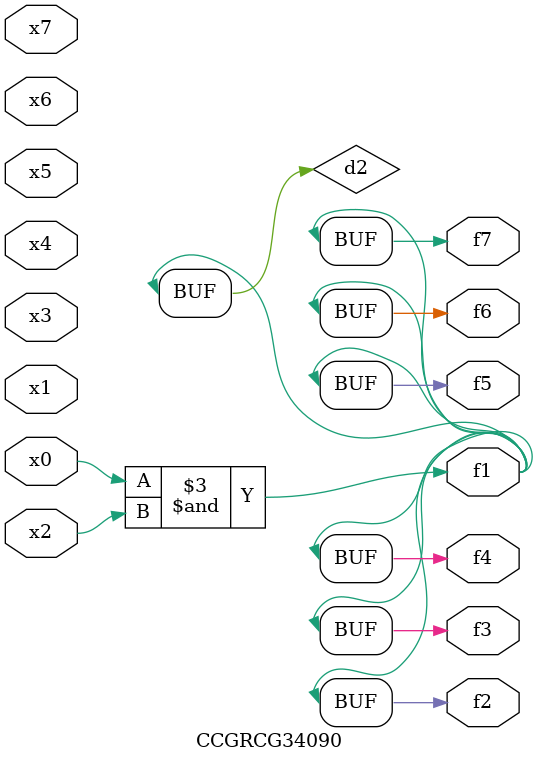
<source format=v>
module CCGRCG34090(
	input x0, x1, x2, x3, x4, x5, x6, x7,
	output f1, f2, f3, f4, f5, f6, f7
);

	wire d1, d2;

	nor (d1, x3, x6);
	and (d2, x0, x2);
	assign f1 = d2;
	assign f2 = d2;
	assign f3 = d2;
	assign f4 = d2;
	assign f5 = d2;
	assign f6 = d2;
	assign f7 = d2;
endmodule

</source>
